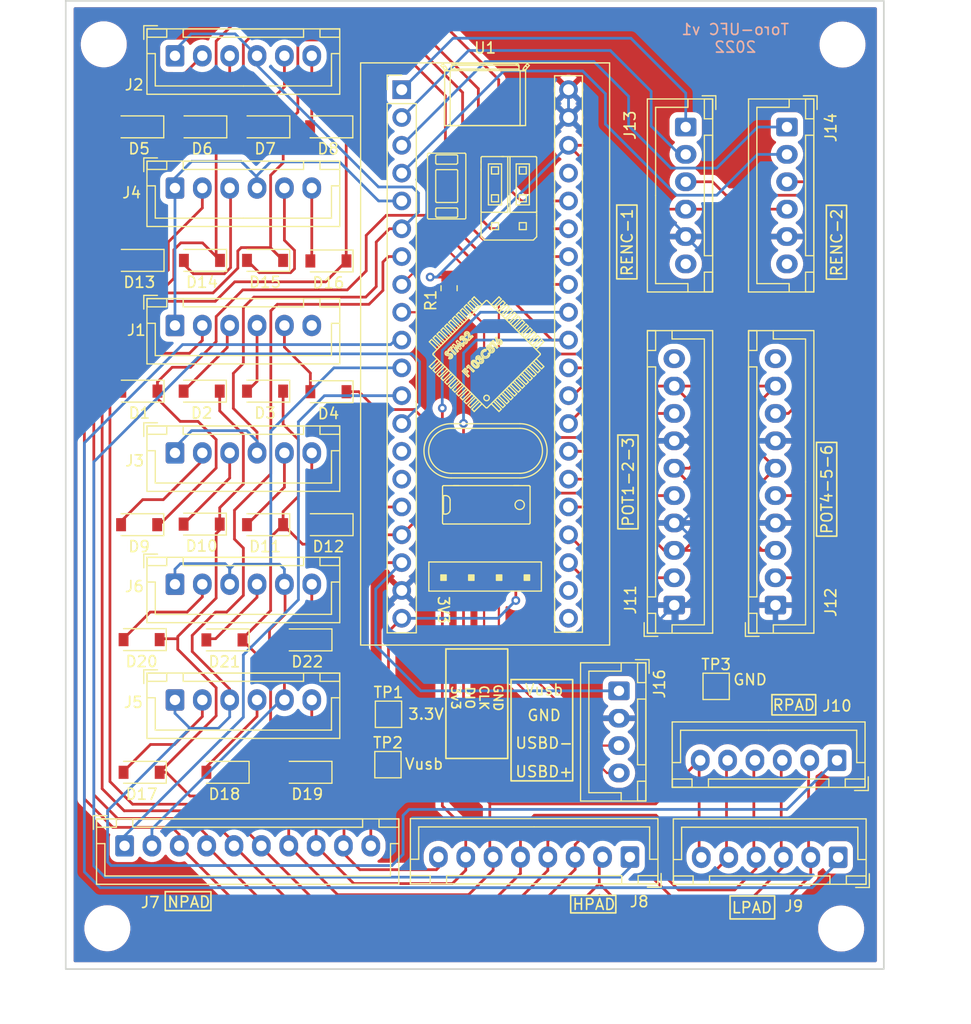
<source format=kicad_pcb>
(kicad_pcb (version 20211014) (generator pcbnew)
  (layers (0 "F.Cu" signal) (31 "B.Cu" signal) (34 "B.Paste" user) (35 "F.Paste" user) (36 "B.SilkS" user "B.Silkscreen") (37 "F.SilkS" user "F.Silkscreen") (38 "B.Mask" user) (39 "F.Mask" user) (44 "Edge.Cuts" user))
  (net 0 "")
  (net 1 "/ROW8")
  (net 2 "Net-(D1-Pad2)")
  (net 3 "/ROW7")
  (net 4 "/ROW6")
  (net 5 "Net-(D3-Pad2)")
  (net 6 "/ROW5")
  (net 7 "Net-(D4-Pad2)")
  (net 8 "/ROW4")
  (net 9 "Net-(D5-Pad2)")
  (net 10 "/ROW3")
  (net 11 "Net-(D6-Pad2)")
  (net 12 "/ROW2")
  (net 13 "Net-(D7-Pad2)")
  (net 14 "/ROW1")
  (net 15 "Net-(D8-Pad2)")
  (net 16 "Net-(D9-Pad2)")
  (net 17 "Net-(D10-Pad2)")
  (net 18 "Net-(D11-Pad2)")
  (net 19 "Net-(D12-Pad2)")
  (net 20 "Net-(D13-Pad2)")
  (net 21 "Net-(D14-Pad2)")
  (net 22 "Net-(D15-Pad2)")
  (net 23 "Net-(D16-Pad2)")
  (net 24 "Net-(D17-Pad2)")
  (net 25 "Net-(D18-Pad2)")
  (net 26 "Net-(D19-Pad2)")
  (net 27 "Net-(D20-Pad2)")
  (net 28 "Net-(D21-Pad2)")
  (net 29 "Net-(D22-Pad2)")
  (net 30 "/COL1")
  (net 31 "/COL2")
  (net 32 "/COL3")
  (net 33 "/COL4")
  (net 34 "/COL5")
  (net 35 "/COL6")
  (net 36 "/COL7")
  (net 38 "GND")
  (net 39 "/POT3")
  (net 41 "VCC")
  (net 42 "/POT2")
  (net 43 "/POT1")
  (net 44 "/POT6")
  (net 45 "/POT5")
  (net 46 "/POT4")
  (net 47 "/REN1C")
  (net 48 "/REN1D")
  (net 49 "/REN1SW")
  (net 50 "/REN2C")
  (net 51 "/REN2D")
  (net 52 "/REN2SW")
  (net 53 "/SDA")
  (net 54 "/SCL")
  (net 56 "/Vusb")
  (net 58 "/USBD-")
  (net 59 "/USBD+")
  (net 60 "Net-(D2-Pad2)")
  (footprint "Connector_JST:JST_XH_B6B-XH-A_1x06_P2.50mm_Vertical" (layer "F.Cu") (at 180.075 127.6 180)
    (fp_text reference "J9")
    (fp_text value "LPAD")
  )
  (footprint "Diode_SMD:D_SOD-123" (layer "F.Cu") (at 127.7112 73.1012 180)
    (fp_text reference "D15")
    (fp_text value "D")
  )
  (footprint "Connector_JST:JST_XH_B8B-XH-A_1x08_P2.50mm_Vertical" (layer "F.Cu") (at 161.05 127.575 180)
    (fp_text reference "J8")
    (fp_text value "HPAD")
  )
  (footprint "Diode_SMD:D_SOD-123" (layer "F.Cu") (at 124.0028 119.8372 180)
    (fp_text reference "D18")
    (fp_text value "D")
  )
  (footprint "MountingHole:MountingHole_3.2mm_M3" (layer "F.Cu") (at 112.975 53.375)
    (fp_text reference "REF**" hide)
    (fp_text value "MountingHole_3.2mm_M3")
  )
  (footprint "Diode_SMD:D_SOD-123" (layer "F.Cu") (at 127.7112 85.0392 180)
    (fp_text reference "D3")
    (fp_text value "D")
  )
  (footprint "Connector_JST:JST_XH_B6B-XH-A_1x06_P2.50mm_Vertical" (layer "F.Cu") (at 119.48 113.2332)
    (fp_text reference "J5")
    (fp_text value "MASTER-BIG1")
  )
  (footprint "Connector_JST:JST_XH_B4B-XH-A_1x04_P2.50mm_Vertical" (layer "F.Cu") (at 160.05 112.4 -90)
    (fp_text reference "J16")
    (fp_text value "USB connector")
  )
  (footprint "Diode_SMD:D_SOD-123" (layer "F.Cu") (at 133.5024 97.2312 180)
    (fp_text reference "D12")
    (fp_text value "D")
  )
  (footprint "MountingHole:MountingHole_3.2mm_M3" (layer "F.Cu") (at 180.35 134.1)
    (fp_text reference "REF**" hide)
    (fp_text value "MountingHole_3.2mm_M3")
  )
  (footprint "MountingHole:MountingHole_3.2mm_M3" (layer "F.Cu") (at 113.3 134.075)
    (fp_text reference "REF**" hide)
    (fp_text value "MountingHole_3.2mm_M3")
  )
  (footprint "Diode_SMD:D_SOD-123" (layer "F.Cu") (at 116.2304 73.1012 180)
    (fp_text reference "D13")
    (fp_text value "D")
  )
  (footprint "Diode_SMD:D_SOD-123" (layer "F.Cu") (at 133.5024 85.09 180)
    (fp_text reference "D4")
    (fp_text value "D")
  )
  (footprint "Resistor_SMD:R_0805_2012Metric_Pad1.20x1.40mm_HandSolder" (layer "F.Cu") (at 144.526 75.6412 90)
    (fp_text reference "R1")
    (fp_text value "R1.5K")
  )
  (footprint "Diode_SMD:D_SOD-123" (layer "F.Cu") (at 116.4336 119.8372 180)
    (fp_text reference "D17")
    (fp_text value "D")
  )
  (footprint "bluepill:YAAJ_BluePill_1" (layer "F.Cu") (at 140.2 57.515)
    (fp_text reference "U1")
    (fp_text value "BluePill" hide)
  )
  (footprint "Connector_JST:JST_XH_B6B-XH-A_1x06_P2.50mm_Vertical" (layer "F.Cu") (at 119.48 102.6668)
    (fp_text reference "J6")
    (fp_text value "BIG2-3-4")
  )
  (footprint "Connector_JST:JST_XH_B6B-XH-A_1x06_P2.50mm_Vertical" (layer "F.Cu") (at 119.48 90.678)
    (fp_text reference "J3")
    (fp_text value "RKR3-4")
  )
  (footprint "Diode_SMD:D_SOD-123" (layer "F.Cu") (at 116.206 97.2312 180)
    (fp_text reference "D9")
    (fp_text value "D")
  )
  (footprint "TestPoint:TestPoint_Pad_2.0x2.0mm" (layer "F.Cu") (at 138.94 119.14)
    (fp_text reference "TP2")
    (fp_text value "Vusb")
  )
  (footprint "Diode_SMD:D_SOD-123" (layer "F.Cu") (at 116.4336 107.725 180)
    (fp_text reference "D20")
    (fp_text value "D")
  )
  (footprint "Diode_SMD:D_SOD-123" (layer "F.Cu") (at 127.7112 97.2312 180)
    (fp_text reference "D11")
    (fp_text value "D")
  )
  (footprint "Diode_SMD:D_SOD-123" (layer "F.Cu") (at 121.92 97.1804 180)
    (fp_text reference "D10")
    (fp_text value "D")
  )
  (footprint "Diode_SMD:D_SOD-123" (layer "F.Cu") (at 116.205 60.91 180)
    (fp_text reference "D5")
    (fp_text value "D")
  )
  (footprint "Connector_JST:JST_XH_B6B-XH-A_1x06_P2.50mm_Vertical" (layer "F.Cu") (at 119.48 66.4972)
    (fp_text reference "J4")
    (fp_text value "LVR1-2")
  )
  (footprint "Connector_JST:JST_XH_B6B-XH-A_1x06_P2.50mm_Vertical" (layer "F.Cu") (at 179.975 118.75 180)
    (fp_text reference "J10")
    (fp_text value "RPAD")
  )
  (footprint "Connector_JST:JST_XH_B10B-XH-A_1x10_P2.50mm_Vertical" (layer "F.Cu") (at 165.1 104.575 90)
    (fp_text reference "J11")
    (fp_text value "POT1-3")
  )
  (footprint "MountingHole:MountingHole_3.2mm_M3" (layer "F.Cu") (at 180.475 53.4)
    (fp_text reference "REF**" hide)
    (fp_text value "MountingHole_3.2mm_M3")
  )
  (footprint "Connector_JST:JST_XH_B6B-XH-A_1x06_P2.50mm_Vertical" (layer "F.Cu") (at 166.15 60.925 -90)
    (fp_text reference "J13")
    (fp_text value "REN1")
  )
  (footprint "Diode_SMD:D_SOD-123" (layer "F.Cu") (at 121.962333 60.91 180)
    (fp_text reference "D6")
    (fp_text value "D")
  )
  (footprint "Connector_JST:JST_XH_B10B-XH-A_1x10_P2.50mm_Vertical" (layer "F.Cu") (at 174.35 104.575 90)
    (fp_text reference "J12")
    (fp_text value "POT4-6")
  )
  (footprint "Diode_SMD:D_SOD-123" (layer "F.Cu") (at 124 107.75 180)
    (fp_text reference "D21")
    (fp_text value "D")
  )
  (footprint "Diode_SMD:D_SOD-123" (layer "F.Cu") (at 133.477 60.91 180)
    (fp_text reference "D8")
    (fp_text value "D")
  )
  (footprint "Connector_JST:JST_XH_B6B-XH-A_1x06_P2.50mm_Vertical" (layer "F.Cu") (at 175.4 60.925 -90)
    (fp_text reference "J14")
    (fp_text value "REN2")
  )
  (footprint "Diode_SMD:D_SOD-123" (layer "F.Cu") (at 131.572 119.8372 180)
    (fp_text reference "D19")
    (fp_text value "D")
  )
  (footprint "Diode_SMD:D_SOD-123" (layer "F.Cu") (at 127.719666 60.91 180)
    (fp_text reference "D7")
    (fp_text value "D")
  )
  (footprint "Diode_SMD:D_SOD-123" (layer "F.Cu") (at 121.9464 73.1012 180)
    (fp_text reference "D14")
    (fp_text value "D")
  )
  (footprint "TestPoint:TestPoint_Pad_2.0x2.0mm" (layer "F.Cu") (at 138.99 114.54)
    (fp_text reference "TP1")
    (fp_text value "VCC")
  )
  (footprint "Connector_JST:JST_XH_B6B-XH-A_1x06_P2.50mm_Vertical" (layer "F.Cu") (at 119.48 79.0448)
    (fp_text reference "J1")
    (fp_text value "HAT")
  )
  (footprint "Connector_JST:JST_XH_B6B-XH-A_1x06_P2.50mm_Vertical" (layer "F.Cu") (at 119.48 54.425)
    (fp_text reference "J2")
    (fp_text value "RKR1-2")
  )
  (footprint "Diode_SMD:D_SOD-123" (layer "F.Cu") (at 116.2304 85.0392 180)
    (fp_text reference "D1")
    (fp_text value "D")
  )
  (footprint "Diode_SMD:D_SOD-123" (layer "F.Cu") (at 121.92 85.0392 180)
    (fp_text reference "D2")
    (fp_text value "D")
  )
  (footprint "Diode_SMD:D_SOD-123" (layer "F.Cu") (at 133.5024 73.152 180)
    (fp_text reference "D16")
    (fp_text value "D")
  )
  (footprint "TestPoint:TestPoint_Pad_2.0x2.0mm" (layer "F.Cu") (at 168.93 111.99)
    (fp_text reference "TP3")
    (fp_text value "GND")
  )
  (footprint "Connector_JST:JST_XH_B10B-XH-A_1x10_P2.50mm_Vertical" (layer "F.Cu") (at 114.875 126.55)
    (fp_text reference "J7")
    (fp_text value "NPAD")
  )
  (footprint "Diode_SMD:D_SOD-123" (layer "F.Cu") (at 131.572 107.75 180)
    (fp_text reference "D22")
    (fp_text value "D")
  )
  (gr_rect (start 159.945 97.61) (end 161.795 89.05) (layer "F.SilkS") (width 0.15) (fill none))
  (gr_rect (start 170.2 131.125) (end 174.275 133.225) (layer "F.SilkS") (width 0.15) (fill none))
  (gr_rect (start 155.6375 131.075) (end 159.7625 132.675) (layer "F.SilkS") (width 0.15) (fill none))
  (gr_rect (start 178.998 74.812) (end 180.848 68.072) (layer "F.SilkS") (width 0.15) (fill none))
  (gr_rect (start 144.236 108.575) (end 149.886 118.575) (layer "F.SilkS") (width 0.15) (fill none))
  (gr_rect (start 178.1 98.28) (end 179.95 89.72) (layer "F.SilkS") (width 0.15) (fill none))
  (gr_rect (start 159.845 74.79) (end 161.695 68.05) (layer "F.SilkS") (width 0.15) (fill none))
  (gr_rect (start 174.025 112.75) (end 178.025 114.6) (layer "F.SilkS") (width 0.15) (fill none))
  (gr_rect (start 155.82 120.62) (end 150.19 111.37) (layer "F.SilkS") (width 0.15) (fill none))
  (gr_rect (start 118.5925 130.735) (end 122.7675 132.46) (layer "F.SilkS") (width 0.15) (fill none))
  (gr_rect (start 109.4995 137.8) (end 184.2505 49.4042) (layer "Edge.Cuts") (width 0.15) (fill none))
  (gr_text "Toro-UFC v1\n2022" (at 170.675 52.825) (layer "B.SilkS") (effects (font (size 1 1)) (justify mirror)))
  (gr_text "GND\nCLK\nDIO\n3v3" (at 147.066 113.03 270) (layer "F.SilkS") (effects (font (size 0.8 0.8))))
  (gr_text "RENC-2" (at 179.948 71.472 90) (layer "F.SilkS") (effects (font (size 1 1))))
  (gr_text "POT4-5-6" (at 179.05 94 90) (layer "F.SilkS") (effects (font (size 1 1))))
  (gr_text "POT1-2-3" (at 160.895 93.33 90) (layer "F.SilkS") (effects (font (size 1 1))))
  (gr_text "Vusb" (at 142.24 119.08) (layer "F.SilkS") (effects (font (size 1 1))))
  (gr_text "RENC-1" (at 160.795 71.45 90) (layer "F.SilkS") (effects (font (size 1 1))))
  (gr_text "NPAD" (at 120.7425 131.685) (layer "F.SilkS") (effects (font (size 1 1))))
  (gr_text "GND" (at 153.21 114.64) (layer "F.SilkS") (effects (font (size 1 1))))
  (gr_text "Vusb" (at 153.21 112.3) (layer "F.SilkS") (effects (font (size 1 1))))
  (gr_text "LPAD" (at 172.2 132.2) (layer "F.SilkS") (effects (font (size 1 1))))
  (gr_text "RPAD" (at 176.025 113.7) (layer "F.SilkS") (effects (font (size 1 1))))
  (gr_text "3.3V" (at 142.42 114.53) (layer "F.SilkS") (effects (font (size 1 1))))
  (gr_text "GND" (at 172.03 111.38) (layer "F.SilkS") (effects (font (size 1 1))))
  (gr_text "USBD+" (at 153.21 119.78) (layer "F.SilkS") (effects (font (size 1 1))))
  (gr_text "HPAD" (at 157.7625 131.9) (layer "F.SilkS") (effects (font (size 1 1))))
  (gr_text "USBD-" (at 153.21 117.17) (layer "F.SilkS") (effects (font (size 1 1))))
  (segment (start 140.2 98.155) (end 136.0762 98.155) (width 0.25) (layer "F.Cu") (net 1))
  (segment (start 137.375 126.55) (end 137.375 122.935) (width 0.25) (layer "F.Cu") (net 1))
  (segment (start 142.1 96.255) (end 142.1 87.47) (width 0.25) (layer "F.Cu") (net 1))
  (segment (start 137.375 122.935) (end 135.78 121.34) (width 0.25) (layer "F.Cu") (net 1))
  (segment (start 136.0762 98.155) (end 135.1524 97.2312) (width 0.25) (layer "F.Cu") (net 1))
  (segment (start 140.2 98.155) (end 142.1 96.255) (width 0.25) (layer "F.Cu") (net 1))
  (segment (start 142.1 87.47) (end 141.35 86.72) (width 0.25) (layer "F.Cu") (net 1))
  (segment (start 135.78 121.34) (end 135.78 114.27) (width 0.25) (layer "F.Cu") (net 1))
  (segment (start 133.222 107.75) (end 133.222 106.578) (width 0.25) (layer "F.Cu") (net 1))
  (segment (start 135.1524 104.6476) (end 135.1524 97.2312) (width 0.25) (layer "F.Cu") (net 1))
  (segment (start 136.28 85.09) (end 135.1524 85.09) (width 0.25) (layer "F.Cu") (net 1))
  (segment (start 137.91 86.72) (end 136.28 85.09) (width 0.25) (layer "F.Cu") (net 1))
  (segment (start 135.78 114.27) (end 133.222 111.712) (width 0.25) (layer "F.Cu") (net 1))
  (segment (start 133.222 106.578) (end 135.1524 104.6476) (width 0.25) (layer "F.Cu") (net 1))
  (segment (start 141.35 86.72) (end 137.91 86.72) (width 0.25) (layer "F.Cu") (net 1))
  (segment (start 133.222 111.712) (end 133.222 107.75) (width 0.25) (layer "F.Cu") (net 1))
  (segment (start 120.8024 81.5848) (end 121.98 80.4072) (width 0.25) (layer "F.Cu") (net 2))
  (segment (start 118.0348 81.5848) (end 120.8024 81.5848) (width 0.25) (layer "F.Cu") (net 2))
  (segment (start 114.5804 85.0392) (end 118.0348 81.5848) (width 0.25) (layer "F.Cu") (net 2))
  (segment (start 121.98 80.4072) (end 121.98 79.0448) (width 0.25) (layer "F.Cu") (net 2))
  (segment (start 125.6528 107.7712) (end 125.6528 107.6452) (width 0.25) (layer "F.Cu") (net 3))
  (segment (start 125.8122 119.8372) (end 127.25 121.275) (width 0.25) (layer "F.Cu") (net 3))
  (segment (start 134.505 95.615) (end 140.2 95.615) (width 0.25) (layer "F.Cu") (net 3))
  (segment (start 129.3612 85.0392) (end 129.3612 88.0608) (width 0.25) (layer "F.Cu") (net 3))
  (segment (start 129.3612 88.0608) (end 130.7592 89.4588) (width 0.25) (layer "F.Cu") (net 3))
  (segment (start 125.6528 119.8372) (end 125.8122 119.8372) (width 0.25) (layer "F.Cu") (net 3))
  (segment (start 129.3612 96.0384) (end 129.3612 97.2312) (width 0.25) (layer "F.Cu") (net 3))
  (segment (start 128.2192 110.3376) (end 125.6528 107.7712) (width 0.25) (layer "F.Cu") (net 3))
  (segment (start 132.4108 99.0092) (end 133.64 97.78) (width 0.25) (layer "F.Cu") (net 3))
  (segment (start 134.9248 118.3248) (end 134.9248 126.5002) (width 0.25) (layer "F.Cu") (net 3))
  (segment (start 130.7592 94.6404) (end 129.3612 96.0384) (width 0.25) (layer "F.Cu") (net 3))
  (segment (start 128.2192 115.316) (end 128.2192 110.3376) (width 0.25) (layer "F.Cu") (net 3))
  (segment (start 134.9248 126.5002) (end 134.875 126.55) (width 0.25) (layer "F.Cu") (net 3))
  (segment (start 131.1392 99.0092) (end 132.4108 99.0092) (width 0.25) (layer "F.Cu") (net 3))
  (segment (start 129.3612 97.2312) (end 131.1392 99.0092) (width 0.25) (layer "F.Cu") (net 3))
  (segment (start 130.9 121.275) (end 131.09 121.085) (width 0.25) (layer "F.Cu") (net 3))
  (segment (start 133.64 96.48) (end 134.505 95.615) (width 0.25) (layer "F.Cu") (net 3))
  (segment (start 125.6528 119.8372) (end 125.6528 117.8824) (width 0.25) (layer "F.Cu") (net 3))
  (segment (start 134.875 127.225) (end 136.3772 128.7272) (width 0.25) (layer "F.Cu") (net 3))
  (segment (start 128.2192 105.0788) (end 128.2192 98.3732) (width 0.25) (layer "F.Cu") (net 3))
  (segment (start 131.78 117.74) (end 134.34 117.74) (width 0.25) (layer "F.Cu") (net 3))
  (segment (start 143.55 128.55) (end 143.55 127.575) (width 0.25) (layer "F.Cu") (net 3))
  (segment (start 131.09 118.43) (end 131.78 117.74) (width 0.25) (layer "F.Cu") (net 3))
  (segment (start 125.6528 117.8824) (end 128.2192 115.316) (width 0.25) (layer "F.Cu") (net 3))
  (segment (start 134.34 117.74) (end 134.9248 118.3248) (width 0.25) (layer "F.Cu") (net 3))
  (segment (start 131.09 121.085) (end 131.09 118.43) (width 0.25) (layer "F.Cu") (net 3))
  (segment (start 125.6528 107.6452) (end 128.2192 105.0788) (width 0.25) (layer "F.Cu") (net 3))
  (segment (start 128.2192 98.3732) (end 129.3612 97.2312) (width 0.25) (layer "F.Cu") (net 3))
  (segment (start 133.64 97.78) (end 133.64 96.48) (width 0.25) (layer "F.Cu") (net 3))
  (segment (start 136.3772 128.7272) (end 143.3728 128.7272) (width 0.25) (layer "F.Cu") (net 3))
  (segment (start 130.7592 89.4588) (end 130.7592 94.6404) (width 0.25) (layer "F.Cu") (net 3))
  (segment (start 134.875 126.55) (end 134.875 127.225) (width 0.25) (layer "F.Cu") (net 3))
  (segment (start 143.3728 128.7272) (end 143.55 128.55) (width 0.25) (layer "F.Cu") (net 3))
  (segment (start 127.25 121.275) (end 130.9 121.275) (width 0.25) (layer "F.Cu") (net 3))
  (segment (start 123.2408 114.68) (end 123.2408 112.1156) (width 0.25) (layer "F.Cu") (net 4))
  (segment (start 123.57 97.1804) (end 123.57 95.6828) (width 0.25) (layer "F.Cu") (net 4))
  (segment (start 133.925 118.525) (end 132.525 118.525) (width 0.25) (layer "F.Cu") (net 4))
  (segment (start 119.7356 107.442) (end 123.2408 103.9368) (width 0.25) (layer "F.Cu") (net 4))
  (segment (start 123.57 97.7148) (end 123.57 97.1804) (width 0.25) (layer "F.Cu") (net 4))
  (segment (start 132.375 126.55) (end 132.375 123.325) (width 0.25) (layer "F.Cu") (net 4))
  (segment (start 123.57 95.6828) (end 125.73 93.5228) (width 0.25) (layer "F.Cu") (net 4))
  (segment (start 144.8278 129.9972) (end 146.05 128.775) (width 0.25) (layer "F.Cu") (net 4))
  (segment (start 118.0836 119.8372) (end 123.2408 114.68) (width 0.25) (layer "F.Cu") (net 4))
  (segment (start 119.7356 107.6452) (end 119.7356 107.442) (width 0.25) (layer "F.Cu") (net 4))
  (segment (start 118.6872 119.8372) (end 118.0836 119.8372) (width 0.25) (layer "F.Cu") (net 4))
  (segment (start 132.375 126.55) (end 135.8222 129.9972) (width 0.25) (layer "F.Cu") (net 4))
  (segment (start 146.05 125.05) (end 146.05 127.575) (width 0.25) (layer "F.Cu") (net 4))
  (segment (start 118.0836 107.6452) (end 119.7356 107.6452) (width 0.25) (layer "F.Cu") (net 4))
  (segment (start 135.8222 129.9972) (end 144.8278 129.9972) (width 0.25) (layer "F.Cu") (net 4))
  (segment (start 143.91 86.59) (end 143.91 122.91) (width 0.25) (layer "F.Cu") (net 4))
  (segment (start 125.73 93.5228) (end 125.73 89.0016) (width 0.25) (layer "F.Cu") (net 4))
  (segment (start 125.73 89.0016) (end 123.57 86.8416) (width 0.25) (layer "F.Cu") (net 4))
  (segment (start 143.91 122.91) (end 146.05 125.05) (width 0.25) (layer "F.Cu") (net 4))
  (segment (start 123.2408 98.044) (end 123.57 97.7148) (width 0.25) (layer "F.Cu") (net 4))
  (segment (start 132.15 118.9) (end 132.15 121.275) (width 0.25) (layer "F.Cu") (net 4))
  (segment (start 119.7356 108.6104) (end 119.7356 107.6452) (width 0.25) (layer "F.Cu") (net 4))
  (segment (start 134.225 121.475) (end 134.225 118.825) (width 0.25) (layer "F.Cu") (net 4))
  (segment (start 131.425 122) (end 120.85 122) (width 0.25) (layer "F.Cu") (net 4))
  (segment (start 123.2408 103.9368) (end 123.2408 98.044) (width 0.25) (layer "F.Cu") (net 4))
  (segment (start 132.525 118.525) (end 132.15 118.9) (width 0.25) (layer "F.Cu") (net 4))
  (segment (start 146.05 128.775) (end 146.05 127.575) (width 0.25) (layer "F.Cu") (net 4))
  (segment (start 132.375 123.325) (end 134.225 121.475) (width 0.25) (layer "F.Cu") (net 4))
  (segment (start 123.57 86.8416) (end 123.57 85.0392) (width 0.25) (layer "F.Cu") (net 4))
  (segment (start 120.85 122) (end 118.6872 119.8372) (width 0.25) (layer "F.Cu") (net 4))
  (segment (start 134.225 118.825) (end 133.925 118.525) (width 0.25) (layer "F.Cu") (net 4))
  (segment (start 132.15 121.275) (end 131.425 122) (width 0.25) (layer "F.Cu") (net 4))
  (segment (start 123.2408 112.1156) (end 119.7356 108.6104) (width 0.25) (layer "F.Cu") (net 4))
  (via (at 143.91 86.59) (size 0.8) (drill 0.4) (layers "F.Cu" "B.Cu") (net 4))
  (segment (start 143.9 81.325) (end 147.39 77.835) (width 0.25) (layer "B.Cu") (net 4))
  (segment (start 143.9 86.58) (end 143.9 81.325) (width 0.25) (layer "B.Cu") (net 4))
  (segment (start 143.91 86.59) (end 143.9 86.58) (width 0.25) (layer "B.Cu") (net 4))
  (segment (start 147.39 77.835) (end 155.44 77.835) (width 0.25) (layer "B.Cu") (net 4))
  (segment (start 126.98 84.1448) (end 126.98 79.0448) (width 0.25) (layer "F.Cu") (net 5))
  (segment (start 126.0612 85.0392) (end 126.0856 85.0392) (width 0.25) (layer "F.Cu") (net 5))
  (segment (start 126.0856 85.0392) (end 126.98 84.1448) (width 0.25) (layer "F.Cu") (net 5))
  (segment (start 134.3382 131.0132) (end 146.3118 131.0132) (width 0.25) (layer "F.Cu") (net 6))
  (segment (start 167.475 118.75) (end 167.375 118.85) (width 0.25) (layer "F.Cu") (net 6))
  (segment (start 148.55 128.775) (end 148.55 127.575) (width 0.25) (layer "F.Cu") (net 6))
  (segment (start 123.2408 89.4588) (end 123.2408 92.0592) (width 0.25) (layer "F.Cu") (net 6))
  (segment (start 129.875 126.55) (end 134.3382 131.0132) (width 0.25) (layer "F.Cu") (net 6))
  (segment (start 129.875 124.55) (end 129.875 126.55) (width 0.25) (layer "F.Cu") (net 6))
  (segment (start 118.0688 97.2312) (end 117.856 97.2312) (width 0.25) (layer "F.Cu") (net 6))
  (segment (start 146.3118 131.0132) (end 148.55 128.775) (width 0.25) (layer "F.Cu") (net 6))
  (segment (start 136.9568 70.8152) (end 136.9568 74.0664) (width 0.25) (layer "F.Cu") (net 6))
  (segment (start 123.2408 80.518) (end 120.904 82.8548) (width 0.25) (layer "F.Cu") (net 6))
  (segment (start 167.375 127.4) (end 167.575 127.6) (width 0.25) (layer "F.Cu") (net 6))
  (segment (start 119.9564 87.8) (end 121.582 87.8) (width 0.25) (layer "F.Cu") (net 6))
  (segment (start 163.4 122.725) (end 148.3 122.725) (width 0.25) (layer "F.Cu") (net 6))
  (segment (start 119.2276 82.8548) (end 117.8804 84.202) (width 0.25) (layer "F.Cu") (net 6))
  (segment (start 121.582 87.8) (end 123.2408 89.4588) (width 0.25) (layer "F.Cu") (net 6))
  (segment (start 123.2408 92.0592) (end 118.0688 97.2312) (width 0.25) (layer "F.Cu") (net 6))
  (segment (start 148.3 122.725) (end 148.25 122.675) (width 0.25) (layer "F.Cu") (net 6))
  (segment (start 148.55 127.575) (end 148.25 127.275) (width 0.25) (layer "F.Cu") (net 6))
  (segment (start 138.7856 68.9864) (end 136.9568 70.8152) (width 0.25) (layer "F.Cu") (net 6))
  (segment (start 145.8468 120.2718) (end 148.25 122.675) (width 0.25) (layer "F.Cu") (net 6))
  (segment (start 145.8468 87.9856) (end 145.8468 120.2718) (width 0.25) (layer "F.Cu") (net 6))
  (segment (start 142.5448 68.9864) (end 138.7856 68.9864) (width 0.25) (layer "F.Cu") (net 6))
  (segment (start 133.222 119.8372) (end 133.222 121.203) (width 0.25) (layer "F.Cu") (net 6))
  (segment (start 167.475 118.75) (end 167.375 118.75) (width 0.25) (layer "F.Cu") (net 6))
  (segment (start 117.8804 84.202) (end 117.8804 85.0392) (width 0.25) (layer "F.Cu") (net 6))
  (segment (start 125.6792 75.7936) (end 123.2408 78.232) (width 0.25) (layer "F.Cu") (net 6))
  (segment (start 136.9568 74.0664) (end 135.2296 75.7936) (width 0.25) (layer "F.Cu") (net 6))
  (segment (start 148.25 127.275) (end 148.25 122.675) (width 0.25) (layer "F.Cu") (net 6))
  (segment (start 155.44 80.375) (end 153.9334 80.375) (width 0.25) (layer "F.Cu") (net 6))
  (segment (start 117.8804 85.0392) (end 117.8804 85.724) (width 0.25) (layer "F.Cu") (net 6))
  (segment (start 120.904 82.8548) (end 119.2276 82.8548) (width 0.25) (layer "F.Cu") (net 6))
  (segment (start 167.375 118.75) (end 163.4 122.725) (width 0.25) (layer "F.Cu") (net 6))
  (segment (start 117.8804 85.724) (end 119.9564 87.8) (width 0.25) (layer "F.Cu") (net 6))
  (segment (start 123.2408 78.232) (end 123.2408 80.518) (width 0.25) (layer "F.Cu") (net 6))
  (segment (start 153.9334 80.375) (end 142.5448 68.9864) (width 0.25) (layer "F.Cu") (net 6))
  (segment (start 135.2296 75.7936) (end 125.6792 75.7936) (width 0.25) (layer "F.Cu") (net 6))
  (segment (start 167.375 118.85) (end 167.375 127.4) (width 0.25) (layer "F.Cu") (net 6))
  (segment (start 133.222 121.203) (end 129.875 124.55) (width 0.25) (layer "F.Cu") (net 6))
  (via (at 145.8468 87.9856) (size 0.8) (drill 0.4) (layers "F.Cu" "B.Cu") (net 6))
  (segment (start 145.8468 81.5532) (end 147.025 80.375) (width 0.25) (layer "B.Cu") (net 6))
  (segment (start 147.025 80.375) (end 155.44 80.375) (width 0.25) (layer "B.Cu") (net 6))
  (segment (start 145.8468 87.9856) (end 145.8468 81.5532) (width 0.25) (layer "B.Cu") (net 6))
  (segment (start 131.8524 83.3892) (end 129.48 81.0168) (width 0.25) (layer "F.Cu") (net 7))
  (segment (start 131.8524 85.09) (end 131.8524 83.3892) (width 0.25) (layer "F.Cu") (net 7))
  (segment (start 129.48 81.0168) (end 129.48 79.0448) (width 0.25) (layer "F.Cu") (net 7))
  (segment (start 113.538 81.534) (end 118.237 76.835) (width 0.25) (layer "F.Cu") (net 8))
  (segment (start 132.526 131.826) (end 148.299 131.826) (width 0.25) (layer "F.Cu") (net 8))
  (segment (start 144.19 58.08) (end 140.0596 53.9496) (width 0.25) (layer "F.Cu") (net 8))
  (segment (start 123.575 122.75) (end 115.61 122.75) (width 0.25) (layer "F.Cu") (net 8))
  (segment (start 169.875 127.4) (end 170.075 127.6) (width 0.25) (layer "F.Cu") (net 8))
  (segment (start 124.9426 75.057) (end 133.2474 75.057) (width 0.25) (layer "F.Cu") (net 8))
  (segment (start 137.2616 53.9496) (end 135.127 56.0842) (width 0.25) (layer "F.Cu") (net 8))
  (segment (start 169.875 118.85) (end 169.875 127.4) (width 0.25) (layer "F.Cu") (net 8))
  (segment (start 148.299 131.826) (end 151.05 129.075) (width 0.25) (layer "F.Cu") (net 8))
  (segment (start 168.3 129.375) (end 170.075 127.6) (width 0.25) (layer "F.Cu") (net 8))
  (segment (start 152.325 123.75) (end 163.425 123.75) (width 0.25) (layer "F.Cu") (net 8))
  (segment (start 127.375 126.675) (end 132.526 131.826) (width 0.25) (layer "F.Cu") (net 8))
  (segment (start 135.127 56.0842) (end 135.127 60.91) (width 0.25) (layer "F.Cu") (net 8))
  (segment (start 135.127 73.1266) (end 135.1524 73.152) (width 0.25) (layer "F.Cu") (net 8))
  (segment (start 155.44 75.295) (end 150.233 75.295) (width 0.25) (layer "F.Cu") (net 8))
  (segment (start 151.05 129.075) (end 151.05 127.575) (width 0.25) (layer "F.Cu") (net 8))
  (segment (start 163.425 123.75) (end 165.575 125.9) (width 0.25) (layer "F.Cu") (net 8))
  (segment (start 123.1646 76.835) (end 124.9426 75.057) (width 0.25) (layer "F.Cu") (net 8))
  (segment (start 113.538 120.678) (end 113.538 81.534) (width 0.25) (layer "F.Cu") (net 8))
  (segment (start 169.975 118.75) (end 169.875 118.85) (width 0.25) (layer "F.Cu") (net 8))
  (segment (start 127.375 126.55) (end 127.375 126.675) (width 0.25) (layer "F.Cu") (net 8))
  (segment (start 165.575 125.9) (end 165.575 128.85) (width 0.25) (layer "F.Cu") (net 8))
  (segment (start 115.61 122.75) (end 113.538 120.678) (width 0.25) (layer "F.Cu") (net 8))
  (segment (start 133.2474 75.057) (end 135.1524 73.152) (width 0.25) (layer "F.Cu") (net 8))
  (segment (start 135.127 60.91) (end 135.127 73.1266) (width 0.25) (layer "F.Cu") (net 8))
  (segment (start 151.05 127.575) (end 151.05 125.025) (width 0.25) (layer "F.Cu") (net 8))
  (segment (start 150.233 75.295) (end 144.19 69.252) (width 0.25) (layer "F.Cu") (net 8))
  (segment (start 166.1 129.375) (end 168.3 129.375) (width 0.25) (layer "F.Cu") (net 8))
  (segment (start 165.575 128.85) (end 166.1 129.375) (width 0.25) (layer "F.Cu") (net 8))
  (segment (start 127.375 126.55) (end 123.575 122.75) (width 0.25) (layer "F.Cu") (net 8))
  (segment (start 144.19 69.252) (end 144.19 58.08) (width 0.25) (layer "F.Cu") (net 8))
  (segment (start 151.05 125.025) (end 152.325 123.75) (width 0.25) (layer "F.Cu") (net 8))
  (segment (start 118.237 76.835) (end 123.1646 76.835) (width 0.25) (layer "F.Cu") (net 8))
  (segment (start 140.0596 53.9496) (end 137.2616 53.9496) (width 0.25) (layer "F.Cu") (net 8))
  (segment (start 115.495 60.91) (end 121.98 54.425) (width 0.25) (layer "F.Cu") (net 9))
  (segment (start 114.555 60.91) (end 115.495 60.91) (width 0.25) (layer "F.Cu") (net 9))
  (segment (start 153.55 128.8) (end 153.55 127.575) (width 0.25) (layer "F.Cu") (net 10))
  (segment (start 125.222 72.241378) (end 125.222 73.8124) (width 0.25) (layer "F.Cu") (net 10))
  (segment (start 122.9614 76.073) (end 117.221 76.073) (width 0.25) (layer "F.Cu") (net 10))
  (segment (start 112.8268 121.3368) (end 114.84 123.35) (width 0.25) (layer "F.Cu") (net 10))
  (segment (start 164.338 126.238) (end 164.338 129.413) (width 0.25) (layer "F.Cu") (net 10))
  (segment (start 172.375 127.4) (end 172.575 127.6) (width 0.25) (layer "F.Cu") (net 10))
  (segment (start 117.221 76.073) (end 112.8268 80.4672) (width 0.25) (layer "F.Cu") (net 10))
  (segment (start 121.9784 123.35) (end 124.875 126.2466) (width 0.25) (layer "F.Cu") (net 10))
  (segment (start 165.5 130.575) (end 170.625 130.575) (width 0.25) (layer "F.Cu") (net 10))
  (segment (start 170.625 130.575) (end 172.575 128.625) (width 0.25) (layer "F.Cu") (net 10))
  (segment (start 124.875 126.55) (end 131.0146 132.6896) (width 0.25) (layer "F.Cu") (net 10))
  (segment (start 131.0176 52.98) (end 130.7084 53.2892) (width 0.25) (layer "F.Cu") (net 10))
  (segment (start 114.84 123.35) (end 121.9784 123.35) (width 0.25) (layer "F.Cu") (net 10))
  (segment (start 128.1928 71.9328) (end 125.530578 71.9328) (width 0.25) (layer "F.Cu") (net 10))
  (segment (start 131.0146 132.6896) (end 149.6604 132.6896) (width 0.25) (layer "F.Cu") (net 10))
  (segment (start 130.7084 59.571266) (end 129.369666 60.91) (width 0.25) (layer "F.Cu") (net 10))
  (segment (start 155.44 72.755) (end 149.217 72.755) (width 0.25) (layer "F.Cu") (net 10))
  (segment (start 140.97 52.98) (end 131.0176 52.98) (width 0.25) (layer "F.Cu") (net 10))
  (segment (start 149.217 72.755) (end 145.76 69.298) (width 0.25) (layer "F.Cu") (net 10))
  (segment (start 145.76 57.77) (end 140.97 52.98) (width 0.25) (layer "F.Cu") (net 10))
  (segment (start 172.375 118.85) (end 172.375 127.4) (width 0.25) (layer "F.Cu") (net 10))
  (segment (start 145.76 69.298) (end 145.76 57.77) (width 0.25) (layer "F.Cu") (net 10))
  (segment (start 128.2192 71.9592) (end 129.3612 73.1012) (width 0.25) (layer "F.Cu") (net 10))
  (segment (start 129.3612 73.1012) (end 128.1928 71.9328) (width 0.25) (layer "F.Cu") (net 10))
  (segment (start 154.85 124.825) (end 162.925 124.825) (width 0.25) (layer "F.Cu") (net 10))
  (segment (start 129.369666 64.178334) (end 128.2192 65.3288) (width 0.25) (layer "F.Cu") (net 10))
  (segment (start 153.55 126.125) (end 154.85 124.825) (width 0.25) (layer "F.Cu") (net 10))
  (segment (start 129.369666 60.91) (end 129.369666 64.178334) (width 0.25) (layer "F.Cu") (net 10))
  (segment (start 130.7084 53.2892) (end 130.7084 59.571266) (width 0.25) (layer "F.Cu") (net 10))
  (segment (start 125.222 73.8124) (end 122.9614 76.073) (width 0.25) (layer "F.Cu") (net 10))
  (segment (start 112.8268 80.4672) (end 112.8268 121.3368) (width 0.25) (layer "F.Cu") (net 10))
  (segment (start 153.55 127.575) (end 153.55 126.125) (width 0.25) (layer "F.Cu") (net 10))
  (segment (start 172.475 118.75) (end 172.375 118.85) (width 0.25) (layer "F.Cu") (net 10))
  (segment (start 172.575 128.625) (end 172.575 127.6) (width 0.25) (layer "F.Cu") (net 10))
  (segment (start 125.530578 71.9328) (end 125.222 72.241378) (width 0.25) (layer "F.Cu") (net 10))
  (segment (start 128.2192 65.3288) (end 128.2192 71.9592) (width 0.25) (layer "F.Cu") (net 10))
  (segment (start 164.338 129.413) (end 165.5 130.575) (width 0.25) (layer "F.Cu") (net 10))
  (segment (start 162.925 124.825) (end 164.338 126.238) (width 0.25) (layer "F.Cu") (net 10))
  (segment (start 124.875 126.2466) (end 124.875 126.55) (width 0.25) (layer "F.Cu") (net 10))
  (segment (start 149.6604 132.6896) (end 153.55 128.8) (width 0.25) (layer "F.Cu") (net 10))
  (segment (start 120.312333 60.91) (end 120.312333 60.637267) (width 0.25) (layer "F.Cu") (net 11))
  (segment (start 124.48 56.4696) (end 124.48 54.425) (width 0.25) (layer "F.Cu") (net 11))
  (segment (start 120.312333 60.637267) (end 124.48 56.4696) (width 0.25) (layer "F.Cu") (net 11))
  (segment (start 129.35 133.525) (end 122.375 126.55) (width 0.25) (layer "F.Cu") (net 12))
  (segment (start 174.875 118.85) (end 174.875 127.4) (width 0.25) (layer "F.Cu") (net 12))
  (segment (start 112.0648 121.8848) (end 114.2336 124.0536) (width 0.25) (layer "F.Cu") (net 12))
  (segment (start 123.5964 73.1012) (end 121.9962 71.501) (width 0.25) (layer "F.Cu") (net 12))
  (segment (start 175.075 128.45) (end 175.075 127.6) (width 0.25) (layer "F.Cu") (net 12))
  (segment (start 165.15 131.5) (end 172.025 131.5) (width 0.25) (layer "F.Cu") (net 12))
  (segment (start 119.38 74.745) (end 118.7378 75.3872) (width 0.25) (layer "F.Cu") (net 12))
  (segment (start 156.05 128.7) (end 151.225 133.525) (width 0.25) (layer "F.Cu") (net 12))
  (segment (start 174.875 127.4) (end 175.075 127.6) (width 0.25) (layer "F.Cu") (net 12))
  (segment (start 120.8536 124.0536) (end 122.375 125.575) (width 0.25) (layer "F.Cu") (net 12))
  (segment (start 122.375 125.575) (end 122.375 126.55) (width 0.25) (layer "F.Cu") (net 12))
  (segment (start 119.38 72.136) (end 119.38 74.745) (width 0.25) (layer "F.Cu") (net 12))
  (segment (start 123.2408 72.7456) (end 123.5964 73.1012) (width 0.25) (layer "F.Cu") (net 12))
  (segment (start 126.88 52.19) (end 125.73 53.34) (width 0.25) (layer "F.Cu") (net 12))
  (segment (start 125.73 58.792333) (end 123.612333 60.91) (width 0.25) (layer "F.Cu") (net 12))
  (segment (start 123.2408 61.281533) (end 123.2408 72.7456) (width 0.25) (layer "F.Cu") (net 12))
  (segment (start 156.8 125.675) (end 162.4 125.675) (width 0.25) (layer "F.Cu") (net 12))
  (segment (start 163.068 129.418) (end 165.15 131.5) (width 0.25) (layer "F.Cu") (net 12))
  (segment (start 123.612333 60.91) (end 123.2408 61.281533) (width 0.25) (layer "F.Cu") (net 12))
  (segment (start 147.2 69.087) (end 147.2 57.43) (width 0.25) (layer "F.Cu") (net 12))
  (segment (start 151.225 133.525) (end 129.35 133.525) (width 0.25) (layer "F.Cu") (net 12))
  (segment (start 156.05 126.425) (end 156.8 125.675) (width 0.25) (layer "F.Cu") (net 12))
  (segment (start 172.025 131.5) (end 175.075 128.45) (width 0.25) (layer "F.Cu") (net 12))
  (segment (start 120.015 71.501) (end 119.38 72.136) (width 0.25) (layer "F.Cu") (net 12))
  (segment (start 148.328 70.215) (end 147.2 69.087) (width 0.25) (layer "F.Cu") (net 12))
  (segment (start 156.05 127.575) (end 156.05 126.425) (width 0.25) (layer "F.Cu") (net 12))
  (segment (start 155.44 70.215) (end 148.328 70.215) (width 0.25) (layer "F.Cu") (net 12))
  (segment (start 112.0648 79.3242) (end 112.0648 121.8848) (width 0.25) (layer "F.Cu") (net 12))
  (segment (start 174.975 118.75) (end 174.875 118.85) (width 0.25) (layer "F.Cu") (net 12))
  (segment (start 156.05 127.575) (end 156.05 128.7) (width 0.25) (layer "F.Cu") (net 12))
  (segment (start 125.73 53.34) (end 125.73 58.792333) (width 0.25) (layer "F.Cu") (net 12))
  (segment (start 162.4 125.675) (end 163.068 126.343) (width 0.25) (layer "F.Cu") (net 12))
  (segment (start 147.2 57.43) (end 141.96 52.19) (width 0.25) (layer "F.Cu") (net 12))
  (segment (start 163.068 126.343) (end 163.068 129.418) (width 0.25) (layer "F.Cu") (net 12))
  (segment (start 116.0018 75.3872) (end 112.0648 79.3242) (width 0.25) (layer "F.Cu") (net 12))
  (segment (start 118.7378 75.3872) (end 116.0018 75.3872) (width 0.25) (layer "F.Cu") (net 12))
  (segment (start 121.9962 71.501) (end 120.015 71.501) (width 0.25) (layer "F.Cu") (net 12))
  (segment (start 114.2336 124.0536) (end 120.8536 124.0536) (width 0.25) (layer "F.Cu") (net 12))
  (segment (start 141.96 52.19) (end 126.88 52.19) (width 0.25) (layer "F.Cu") (net 12))
  (segment (start 126.069666 60.671134) (end 129.48 57.2608) (width 0.25) (layer "F.Cu") (net 13))
  (segment (start 129.48 57.2608) (end 129.48 54.425) (width 0.25) (layer "F.Cu") (net 13))
  (segment (start 126.069666 60.91) (end 126.069666 60.671134) (width 0.25) (layer "F.Cu") (net 13))
  (segment (start 149.06 56.6) (end 143.76 51.3) (width 0.25) (layer "F.Cu") (net 14))
  (segment (start 158.25 127.875) (end 158.25 130) (width 0.25) (layer "F.Cu") (net 14))
  (segment (start 177.375 118.85) (end 177.375 127.4) (width 0.25) (layer "F.Cu") (net 14))
  (segment (start 160.7 132.45) (end 174.375 132.45) (width 0.25) (layer "F.Cu") (net 14))
  (segment (start 177.375 127.4) (end 177.575 127.6) (width 0.25) (layer "F.Cu") (net 14))
  (segment (start 143.76 51.3) (end 125.0268 51.3) (width 0.25) (layer "F.Cu") (net 14))
  (segment (start 117.855 60.91) (end 117.855 73.0758) (width 0.25) (layer "F.Cu") (net 14))
  (segment (start 123.2408 53.086) (end 123.2408 55.5242) (width 0.25) (layer "F.Cu") (net 14))
  (segment (start 177.575 129.25) (end 177.575 127.6) (width 0.25) (layer "F.Cu") (net 14))
  (segment (start 177.475 118.75) (end 177.375 118.85) (width 0.25) (layer "F.Cu") (net 14))
  (segment (start 113.9444 71.4248) (end 116.204 71.4248) (width 0.25) (layer "F.Cu") (net 14))
  (segment (start 123.2408 55.5242) (end 117.855 60.91) (width 0.25) (layer "F.Cu") (net 14))
  (segment (start 174.375 132.45) (end 177.575 129.25) (width 0.25) (layer "F.Cu") (net 14))
  (segment (start 125.0268 51.3) (end 123.2408 53.086) (width 0.25) (layer "F.Cu") (net 14))
  (segment (start 111.2012 122.2612) (end 111.2012 74.168) (width 0.25) (layer "F.Cu") (net 14))
  (segment (start 119.875 126.55) (end 119.875 125.525) (width 0.25) (layer "F.Cu") (net 14))
  (segment (start 117.855 73.0758) (end 117.8804 73.1012) (width 0.25) (layer "F.Cu") (net 14))
  (segment (start 151.125 67.675) (end 149.06 65.61) (width 0.25) (layer "F.Cu") (net 14))
  (segment (start 116.204 71.4248) (end 117.8804 73.1012) (width 0.25) (layer "F.Cu") (net 14))
  (segment (start 153.85 134.4) (end 127.725 134.4) (width 0.25) (layer "F.Cu") (net 14))
  (segment (start 158.55 127.575) (end 158.25 127.875) (width 0.25) (layer "F.Cu") (net 14))
  (segment (start 119.875 125.525) (end 119.2164 124.8664) (width 0.25) (layer "F.Cu") (net 14))
  (segment (start 111.2012 74.168) (end 113.9444 71.4248) (width 0.25) (layer "F.Cu") (net 14))
  (segment (start 119.2164 124.8664) (end 113.8064 124.8664) (width 0.25) (layer "F.Cu") (net 14))
  (segment (start 158.25 130) (end 153.85 134.4) (width 0.25) (layer "F.Cu") (net 14))
  (segment (start 113.8064 124.8664) (end 111.2012 122.2612) (width 0.25) (layer "F.Cu") (net 14))
  (segment (start 127.725 134.4) (end 119.875 126.55) (width 0.25) (layer "F.Cu") (net 14))
  (segment (start 158.25 130) (end 160.7 132.45) (width 0.25) (layer "F.Cu") (net 14))
  (segment (start 149.06 65.61) (end 149.06 56.6) (width 0.25) (layer "F.Cu") (net 14))
  (segment (start 155.44 67.675) (end 151.125 67.675) (width 0.25) (layer "F.Cu") (net 14))
  (segment (start 131.98 54.425) (end 131.98 60.757) (width 0.25) (layer "F.Cu") (net 15))
  (segment (start 131.98 60.757) (end 131.827 60.91) (width 0.25) (layer "F.Cu") (net 15))
  (segment (start 114.556 96.9244) (end 114.556 97.2312) (width 0.25) (layer "F.Cu") (net 16))
  (segment (start 121.98 90.678) (end 121.98 91.38) (width 0.25) (layer "F.Cu") (net 16))
  (segment (start 121.98 91.38) (end 118.4148 94.9452) (width 0.25) (layer "F.Cu") (net 16))
  (segment (start 118.4148 94.9452) (end 116.5352 94.9452) (width 0.25) (layer "F.Cu") (net 16))
  (segment (start 116.5352 94.9452) (end 114.556 96.9244) (width 0.25) (layer "F.Cu") (net 16))
  (segment (start 124.48 90.678) (end 124.48 92.9704) (width 0.25) (layer "F.Cu") (net 17))
  (segment (start 124.48 92.9704) (end 120.27 97.1804) (width 0.25) (layer "F.Cu") (net 17))
  (segment (start 129.48 93.8124) (end 126.0612 97.2312) (width 0.25) (layer "F.Cu") (net 18))
  (segment (start 129.48 90.678) (end 129.48 93.8124) (width 0.25) (layer "F.Cu") (net 18))
  (segment (start 131.98 97.1036) (end 131.8524 97.2312) (width 0.25) (layer "F.Cu") (net 19))
  (segment (start 131.98 90.678) (end 131.98 97.1036) (width 0.25) (layer "F.Cu") (net 19))
  (segment (start 121.98 68.3168) (end 121.98 66.4972) (width 0.25) (layer "F.Cu") (net 20))
  (segment (start 118.5296 74.3204) (end 118.872 73.978) (width 0.25) (layer "F.Cu") (net 20))
  (segment (start 118.872 71.4248) (end 121.98 68.3168) (width 0.25) (layer "F.Cu") (net 20))
  (segment (start 118.872 73.978) (end 118.872 71.4248) (width 0.25) (layer "F.Cu") (net 20))
  (segment (start 115.7996 74.3204) (end 118.5296 74.3204) (width 0.25) (layer "F.Cu") (net 20))
  (segment (start 114.5804 73.1012) (end 115.7996 74.3204) (width 0.25) (layer "F.Cu") (net 20))
  (segment (start 120.2964 73.1012) (end 120.2964 73.4588) (width 0.25) (layer "F.Cu") (net 21))
  (segment (start 121.158 74.3204) (end 124.0028 74.3204) (width 0.25) (layer "F.Cu") (net 21))
  (segment (start 124.5616 73.7616) (end 124.5616 66.5788) (width 0.25) (layer "F.Cu") (net 21))
  (segment (start 124.5616 66.5788) (end 124.48 66.4972) (width 0.25) (layer "F.Cu") (net 21))
  (segment (start 120.2964 73.4588) (end 121.158 74.3204) (width 0.25) (layer "F.Cu") (net 21))
  (segment (start 124.0028 74.3204) (end 124.5616 73.7616) (width 0.25) (layer "F.Cu") (net 21))
  (segment (start 129.48 71.2632) (end 130.4036 72.1868) (width 0.25) (layer "F.Cu") (net 22))
  (segment (start 127.1788 74.2188) (end 126.0612 73.1012) (width 0.25) (layer "F.Cu") (net 22))
  (segment (start 130.4036 72.1868) (end 130.4036 73.8632) (width 0.25) (layer "F.Cu") (net 22))
  (segment (start 129.48 66.4972) (end 129.48 71.2632) (width 0.25) (layer "F.Cu") (net 22))
  (segment (start 130.4036 73.8632) (end 130.048 74.2188) (width 0.25) (layer "F.Cu") (net 22))
  (segment (start 130.048 74.2188) (end 127.1788 74.2188) (width 0.25) (layer "F.Cu") (net 22))
  (segment (start 131.98 73.0244) (end 131.8524 73.152) (width 0.25) (layer "F.Cu") (net 23))
  (segment (start 131.98 66.4972) (end 131.98 73.0244) (width 0.25) (layer "F.Cu") (net 23))
  (segment (start 121.98 114.748) (end 119.4308 117.2972) (width 0.25) (layer "F.Cu") (net 24))
  (segment (start 121.98 113.2332) (end 121.98 114.748) (width 0.25) (layer "F.Cu") (net 24))
  (segment (start 117.2464 117.2972) (end 114.7836 119.76) (width 0.25) (layer "F.Cu") (net 24))
  (segment (start 119.4308 117.2972) (end 117.2464 117.2972) (width 0.25) (layer "F.Cu") (net 24))
  (segment (start 114.7836 119.76) (end 114.7836 119.8372) (width 0.25) (layer "F.Cu") (net 24))
  (segment (start 126.98 113.2332) (end 126.98 114.7264) (width 0.25) (layer "F.Cu") (net 25))
  (segment (start 126.98 114.7264) (end 122.3528 119.3536) (width 0.25) (layer "F.Cu") (net 25))
  (segment (start 122.3528 119.3536) (end 122.3528 119.8372) (width 0.25) (layer "F.Cu") (net 25))
  (segment (start 131.98 113.2332) (end 131.98 115.7208) (width 0.25) (layer "F.Cu") (net 26))
  (segment (start 129.922 117.7788) (end 129.922 119.8372) (width 0.25) (layer "F.Cu") (net 26))
  (segment (start 131.98 115.7208) (end 129.922 117.7788) (width 0.25) (layer "F.Cu") (net 26))
  (segment (start 121.98 102.6668) (end 121.98 103.826) (width 0.25) (layer "F.Cu") (net 27))
  (segment (start 117.222 105.2068) (end 114.7836 107.6452) (width 0.25) (layer "F.Cu") (net 27))
  (segment (start 120.5992 105.2068) (end 117.222 105.2068) (width 0.25) (layer "F.Cu") (net 27))
  (segment (start 121.98 103.826) (end 120.5992 105.2068) (width 0.25) (layer "F.Cu") (net 27))
  (segment (start 123.19 107.6452) (end 122.3528 107.6452) (width 0.25) (layer "F.Cu") (net 28))
  (segment (start 126.98 102.6668) (end 126.98 103.8552) (width 0.25) (layer "F.Cu") (net 28))
  (segment (start 126.98 103.8552) (end 123.19 107.6452) (width 0.25) (layer "F.Cu") (net 28))
  (segment (start 129.922 106.6536) (end 129.922 107.6452) (width 0.25) (layer "F.Cu") (net 29))
  (segment (start 131.98 102.6668) (end 131.98 104.5956) (width 0.25) (layer "F.Cu") (net 29))
  (segment (start 131.98 104.5956) (end 129.922 106.6536) (width 0.25) (layer "F.Cu") (net 29))
  (segment (start 141.8336 82.3468) (end 141.1224 81.6356) (width 0.25) (layer "B.Cu") (net 30))
  (segment (start 140.2 87.995) (end 141.8336 86.3614) (width 0.25) (layer "B.Cu") (net 30))
  (segment (start 161.05 128.525) (end 161.05 127.575) (width 0.25) (layer "B.Cu") (net 30))
  (segment (start 112.0648 91.4908) (end 112.0648 128.3898) (width 0.25) (layer "B.Cu") (net 30))
  (segment (start 141.1224 81.6356) (end 121.92 81.6356) (width 0.25) (layer "B.Cu") (net 30))
  (segment (start 160.165 129.41) (end 161.05 128.525) (width 0.25) (layer "B.Cu") (net 30))
  (segment (start 112.0648 128.3898) (end 113.085 129.41) (width 0.25) (layer "B.Cu") (net 30))
  (segment (start 141.8336 86.3614) (end 141.8336 82.3468) (width 0.25) (layer "B.Cu") (net 30))
  (segment (start 121.92 81.6356) (end 112.0648 91.4908) (width 0.25) (layer "B.Cu") (net 30))
  (segment (start 113.085 129.41) (end 160.165 129.41) (width 0.25) (layer "B.Cu") (net 30))
  (segment (start 125.73 114.808) (end 123.6472 116.8908) (width 0.25) (layer "B.Cu") (net 31))
  (segment (start 130.7592 104.0892) (end 125.73 109.1184) (width 0.25) (layer "B.Cu") (net 31))
  (segment (start 123.6342 116.8908) (end 114.875 125.65) (width 0.25) (layer "B.Cu") (net 31))
  (segment (start 130.7592 87.8332) (end 130.7592 104.0892) (width 0.25) (layer "B.Cu") (net 31))
  (segment (start 133.1374 85.455) (end 130.7592 87.8332) (width 0.25) (layer "B.Cu") (net 31))
  (segment (start 114.875 125.65) (end 114.875 126.55) (width 0.25) (layer "B.Cu") (net 31))
  (segment (start 125.73 109.1184) (end 125.73 114.808) (width 0.25) (layer "B.Cu") (net 31))
  (segment (start 123.6472 116.8908) (end 123.6342 116.8908) (width 0.25) (layer "B.Cu") (net 31))
  (segment (start 140.2 85.455) (end 133.1374 85.455) (width 0.25) (layer "B.Cu") (net 31))
  (segment (start 129.48 113.2332) (end 129.48 110.0236) (width 0.25) (layer "F.Cu") (net 32))
  (segment (start 129.48 110.0236) (end 128.1176 108.6612) (width 0.25) (layer "F.Cu") (net 32))
  (segment (start 128.1176 108.6612) (end 128.1176 106.8324) (width 0.25) (layer "F.Cu") (net 32))
  (segment (start 128.1176 106.8324) (end 129.54 105.41) (width 0.25) (layer "F.Cu") (net 32))
  (segment (start 129.54 105.41) (end 129.54 102.7268) (width 0.25) (layer "F.Cu") (net 32))
  (segment (start 129.54 102.7268) (end 129.48 102.6668) (width 0.25) (layer "F.Cu") (net 32))
  (segment (start 129.1668 113.2332) (end 117.375 125.025) (width 0.25) (layer "B.Cu") (net 32))
  (segment (start 124.48 102.6668) (end 124.48 101.2752) (width 0.25) (layer "B.Cu") (net 32))
  (segment (start 119.48 102.6668) (end 119.48 101.2968) (width 0.25) (layer "B.Cu") (net 32))
  (segment (start 129.48 113.2332) (end 129.1668 113.2332) (width 0.25) (layer "B.Cu") (net 32))
  (segment (start 119.9896 100.7872) (end 124.0536 100.7872) (width 0.25) (layer "B.Cu") (net 32))
  (segment (start 128.24 100.786) (end 128.188 100.838) (width 0.25) (layer "B.Cu") (net 32))
  (segment (start 127.6096 100.838) (end 128.188 100.838) (width 0.25) (layer "B.Cu") (net 32))
  (segment (start 119.48 101.2968) (end 119.9896 100.7872) (width 0.25) (layer "B.Cu") (net 32))
  (segment (start 117.375 125.025) (end 117.375 126.55) (width 0.25) (layer "B.Cu") (net 32))
  (segment (start 129.032 100.838) (end 129.48 101.286) (width 0.25) (layer "B.Cu") (net 32))
  (segment (start 124.48 101.2136) (end 124.48 102.6668) (width 0.25) (layer "B.Cu") (net 32))
  (segment (start 124.0536 100.7872) (end 124.48 101.2136) (width 0.25) (layer "B.Cu") (net 32))
  (segment (start 134.001 82.915) (end 128.24 88.676) (width 0.25) (layer "B.Cu") (net 32))
  (segment (start 129.48 101.286) (end 129.48 102.6668) (width 0.25) (layer "B.Cu") (net 32))
  (segment (start 124.48 101.2752) (end 124.9172 100.838) (width 0.25) (layer "B.Cu") (net 32))
  (segment (start 140.2 82.915) (end 134.001 82.915) (width 0.25) (layer "B.Cu") (net 32))
  (segment (start 128.24 88.676) (end 128.24 100.786) (width 0.25) (layer "B.Cu") (net 32))
  (segment (start 128.188 100.838) (end 129.032 100.838) (width 0.25) (layer "B.Cu") (net 32))
  (segment (start 124.9172 100.838) (end 127.6096 100.838) (width 0.25) (layer "B.Cu") (net 32))
  (segment (start 177.7 130.37) (end 180.075 127.995) (width 0.25) (layer "B.Cu") (net 33))
  (segment (start 120.1748 80.79) (end 111.2012 89.7636) (width 0.25) (layer "B.Cu") (net 33))
  (segment (start 111.2012 128.9262) (end 112.645 130.37) (width 0.25) (layer "B.Cu") (net 33))
  (segment (start 111.2012 89.7636) (end 111.2012 128.9262) (width 0.25) (layer "B.Cu") (net 33))
  (segment (start 139.607 80.375) (end 139.192 80.79) (width 0.25) (layer "B.Cu") (net 33))
  (segment (start 139.192 80.79) (end 120.1748 80.79) (width 0.25) (layer "B.Cu") (net 33))
  (segment (start 140.2 80.375) (end 139.607 80.375) (width 0.25) (layer "B.Cu") (net 33))
  (segment (start 112.645 130.37) (end 177.7 130.37) (width 0.25) (layer "B.Cu") (net 33))
  (segment (start 180.075 127.995) (end 180.075 127.6) (width 0.25) (layer "B.Cu") (net 33))
  (segment (start 125.73 103.6828) (end 125.73 99.3648) (width 0.25) (layer "F.Cu") (net 34))
  (segment (start 128.24 77.7032) (end 128.8288 77.1144) (width 0.25) (layer "F.Cu") (net 34))
  (segment (start 124.9172 98.552) (end 124.9172 95.9104) (width 0.25) (layer "F.Cu") (net 34))
  (segment (start 137.2108 77.1144) (end 138.4808 75.8444) (width 0.25) (layer "F.Cu") (net 34))
  (segment (start 125.73 99.3648) (end 124.9172 98.552) (width 0.25) (layer "F.Cu") (net 34))
  (segment (start 138.4808 75.8444) (end 138.4808 73.2536) (width 0.25) (layer "F.Cu") (net 34))
  (segment (start 124.206 105.2068) (end 125.73 103.6828) (width 0.25) (layer "F.Cu") (net 34))
  (segment (start 123.19 105.2068) (end 124.206 105.2068) (width 0.25) (layer "F.Cu") (net 34))
  (segment (start 124.9172 95.9104) (end 128.24 92.5876) (width 0.25) (layer "F.Cu") (net 34))
  (segment (start 128.24 92.5876) (end 128.24 77.7032) (width 0.25) (layer "F.Cu") (net 34))
  (segment (start 138.4808 73.2536) (end 138.9794 72.755) (width 0.25) (layer "F.Cu") (net 34))
  (segment (start 138.9794 72.755) (end 140.2 72.755) (width 0.25) (layer "F.Cu") (net 34))
  (segment (start 128.8288 77.1144) (end 137.2108 77.1144) (width 0.25) (layer "F.Cu") (net 34))
  (segment (start 121.0564 108.8136) (end 121.0564 107.3404) (width 0.25) (layer "F.Cu") (net 34))
  (segment (start 121.0564 107.3404) (end 123.19 105.2068) (width 0.25) (layer "F.Cu") (net 34))
  (segment (start 124.48 112.2372) (end 121.0564 108.8136) (width 0.25) (layer "F.Cu") (net 34))
  (segment (start 124.48 113.2332) (end 124.48 112.2372) (width 0.25) (layer "F.Cu") (net 34))
  (segment (start 140.325 123.775) (end 140.875 123.225) (width 0.25) (layer "B.Cu") (net 34))
  (segment (start 175.4 123.225) (end 179.875 118.75) (width 0.25) (layer "B.Cu") (net 34))
  (segment (start 114.9582 121.7168) (end 113.325 123.35) (width 0.25) (layer "B.Cu") (net 34))
  (segment (start 113.65 128.35) (end 139.3 128.35) (width 0.25) (layer "B.Cu") (net 34))
  (segment (start 123.444 115.824) (end 124.48 114.788) (width 0.25) (layer "B.Cu") (net 34))
  (segment (start 179.875 118.75) (end 179.975 118.75) (width 0.25) (layer "B.Cu") (net 34))
  (segment (start 140.325 127.325) (end 140.325 123.775) (width 0.25) (layer "B.Cu") (net 34))
  (segment (start 114.9604 121.7168) (end 114.9582 121.7168) (width 0.25) (layer "B.Cu") (net 34))
  (segment (start 113.325 123.35) (end 113.325 128.025) (width 0.25) (layer "B.Cu") (net 34))
  (segment (start 120.8532 115.824) (end 123.444 115.824) (width 0.25) (layer "B.Cu") (net 34))
  (segment (start 119.48 113.2332) (end 119.48 114.4508) (width 0.25) (layer "B.Cu") (net 34))
  (segment (start 119.48 114.4508) (end 120.8532 115.824) (width 0.25) (layer "B.Cu") (net 34))
  (segment (start 113.325 128.025) (end 113.65 128.35) (width 0.25) (layer "B.Cu") (net 34))
  (segment (start 120.8532 115.824) (end 114.9604 121.7168) (width 0.25) (layer "B.Cu") (net 34))
  (segment (start 140.875 123.225) (end 175.4 123.225) (width 0.25) (layer "B.Cu") (net 34))
  (segment (start 139.3 128.35) (end 140.325 127.325) (width 0.25) (layer "B.Cu") (net 34))
  (segment (start 124.48 114.788) (end 124.48 113.2332) (width 0.25) (layer "B.Cu") (net 34))
  (segment (start 124.8156 83.4136) (end 125.73 82.4992) (width 0.25) (layer "F.Cu") (net 35))
  (segment (start 125.73 82.4992) (end 125.73 77.4192) (width 0.25) (layer "F.Cu") (net 35))
  (segment (start 126.98 88.7784) (end 124.8156 86.614) (width 0.25) (layer "F.Cu") (net 35))
  (segment (start 126.98 90.678) (end 126.98 88.7784) (width 0.25) (layer "F.Cu") (net 35))
  (segment (start 137.8712 71.4248) (end 139.081 70.215) (width 0.25) (layer "F.Cu") (net 35))
  (segment (start 125.73 77.4192) (end 126.6952 76.454) (width 0.25) (layer "F.Cu") (net 35))
  (segment (start 126.6952 76.454) (end 136.906 76.454) (width 0.25) (layer "F.Cu") (net 35))
  (segment (start 137.8712 75.4888) (end 137.8712 71.4248) (width 0.25) (layer "F.Cu") (net 35))
  (segment (start 139.081 70.215) (end 140.2 70.215) (width 0.25) (layer "F.Cu") (net 35))
  (segment (start 136.906 76.454) (end 137.8712 75.4888) (width 0.25) (layer "F.Cu") (net 35))
  (segment (start 124.8156 86.614) (end 124.8156 83.4136) (width 0.25) (layer "F.Cu") (net 35))
  (segment (start 140.2 70.215) (end 141.732 68.683) (width 0.25) (layer "B.Cu") (net 35))
  (segment (start 138.079 66.4) (end 126.98 55.301) (width 0.25) (layer "B.Cu") (net 35))
  (segment (start 119.48 53.9004) (end 120.9548 52.4256) (width 0.25) (layer "B.Cu") (net 35))
  (segment (start 119.48 90.678) (end 119.48 90.1716) (width 0.25) (layer "B.Cu") (net 35))
  (segment (start 119.48 54.425) (end 119.48 53.9004) (width 0.25) (layer "B.Cu") (net 35))
  (segment (start 126.0348 88.646) (end 127 89.6112) (width 0.25) (layer "B.Cu") (net 35))
  (segment (start 141.732 66.9544) (end 141.1776 66.4) (width 0.25) (layer "B.Cu") (net 35))
  (segment (start 121.0056 88.646) (end 126.0348 88.646) (width 0.25) (layer "B.Cu") (net 35))
  (segment (start 127 89.6112) (end 127 90.658) (width 0.25) (layer "B.Cu") (net 35))
  (segment (start 141.732 68.683) (end 141.732 66.9544) (width 0.25) (layer "B.Cu") (net 35))
  (segment (start 119.48 90.1716) (end 121.0056 88.646) (width 0.25) (layer "B.Cu") (net 35))
  (segment (start 120.9548 52.4256) (end 124.9806 52.4256) (width 0.25) (layer "B.Cu") (net 35))
  (segment (start 124.9806 52.4256) (end 126.98 54.425) (width 0.25) (layer "B.Cu") (net 35))
  (segment (start 127 90.658) (end 126.98 90.678) (width 0.25) (layer "B.Cu") (net 35))
  (segment (start 141.1776 66.4) (end 138.079 66.4) (width 0.25) (layer "B.Cu") (net 35))
  (segment (start 126.98 55.301) (end 126.98 54.425) (width 0.25) (layer "B.Cu") (net 35))
  (segment (start 119.48 66.4972) (end 119.48 65.5844) (width 0.25) (layer "B.Cu") (net 36))
  (segment (start 126.98 65.3488) (end 126.98 66.4972) (width 0.25) (layer "B.Cu") (net 36))
  (segment (start 140.2 67.675) (end 138.0838 67.675) (width 0.25) (layer "B.Cu") (net 36))
  (segment (start 119.48 79.0448) (end 119.48 66.4972) (width 0.25) (layer "B.Cu") (net 36))
  (segment (start 138.0838 67.675) (end 134.5184 64.1096) (width 0.25) (layer "B.Cu") (net 36))
  (segment (start 121.0056 64.0588) (end 125.5268 64.0588) (width 0.25) (layer "B.Cu") (net 36))
  (segment (start 119.48 65.5844) (end 121.0056 64.0588) (width 0.25) (layer "B.Cu") (net 36))
  (segment (start 128.2192 64.1096) (end 126.98 65.3488) (width 0.25) (layer "B.Cu") (net 36))
  (segment (start 125.5268 64.0588) (end 126.98 65.512) (width 0.25) (layer "B.Cu") (net 36))
  (segment (start 134.5184 64.1096) (end 128.2192 64.1096) (width 0.25) (layer "B.Cu") (net 36))
  (segment (start 126.98 65.512) (end 126.98 66.4972) (width 0.25) (layer "B.Cu") (net 36))
  (segment (start 167.9 99.6) (end 165.375 97.075) (width 0.25) (layer "B.Cu") (net 38))
  (segment (start 153.775 108.125) (end 152.275 106.625) (width 0.25) (layer "B.Cu") (net 38))
  (segment (start 165.1 89.575) (end 166.125 89.575) (width 0.25) (layer "B.Cu") (net 38))
  (segment (start 165.375 112.225) (end 165.375 104.85) (width 0.25) (layer "B.Cu") (net 38))
  (segment (start 169.275 74.05) (end 166.15 70.925) (width 0.25) (layer "B.Cu") (net 38))
  (segment (start 166.15 70.925) (end 175.4 70.925) (width 0.25) (layer "B.Cu") (net 38))
  (segment (start 165.1 104.575) (end 166.1 104.575) (width 0.25) (layer "B.Cu") (net 38))
  (segment (start 161.55 108.125) (end 153.775 108.125) (width 0.25) (layer "B.Cu") (net 38))
  (segment (start 152.275 103.255) (end 150.42 101.4) (width 0.25) (layer "B.Cu") (net 38))
  (segment (start 167.4 95.4) (end 167.4 90.825) (width 0.25) (layer "B.Cu") (net 38))
  (segment (start 165.1 104.575) (end 161.55 108.125) (width 0.25) (layer "B.Cu") (net 38))
  (segment (start 141.85 101.575) (end 141.85 101.585) (width 0.25) (layer "B.Cu") (net 38))
  (segment (start 155.44 60.055) (end 155.44 57.515) (width 0.25) (layer "B.Cu") (net 38))
  (segment (start 169.5 89.575) (end 174.35 89.575) (width 0.25) (layer "B.Cu") (net 38))
  (segment (start 167.9 102.775) (end 167.9 99.6) (width 0.25) (layer "B.Cu") (net 38))
  (segment (start 166.125 89.575) (end 169.275 86.425) (width 0.25) (layer "B.Cu") (net 38))
  (segment (start 141.85 101.585) (end 140.2 103.235) (width 0.25) (layer "B.Cu") (net 38))
  (segment (start 167.4 90.825) (end 166.15 89.575) (width 0.25) (layer "B.Cu") (net 38))
  (segment (start 165.725 97.075) (end 167.4 95.4) (width 0.25) (layer "B.Cu") (net 38))
  (segment (start 165.375 97.075) (end 165.1 97.075) (width 0.25) (layer "B.Cu") (net 38))
  (segment (start 160.05 114.9) (end 162.7 114.9) (width 0.25) (layer "B.Cu") (net 38))
  (segment (start 165.1 97.075) (end 174.35 97.075) (width 0.25) (layer "B.Cu") (net 38))
  (segment (start 165.1 104.575) (end 174.35 104.575) (width 0.25) (layer "B.Cu") (net 38))
  (segment (start 166.15 70.765) (end 166.15 70.925) (width 0.25) (layer "B.Cu") (net 38))
  (segment (start 155.44 60.055) (end 166.15 70.765) (width 0.25) (layer "B.Cu") (net 38))
  (segment (start 162.7 114.9) (end 165.375 112.225) (width 0.25) (layer "B.Cu") (net 38))
  (segment (start 150.42 101.4) (end 142.025 101.4) (width 0.25) (layer "B.Cu") (net 38))
  (segment (start 165.1 89.575) (end 169.5 89.575) (width 0.25) (layer "B.Cu") (net 38))
  (segment (start 152.275 106.625) (end 152.275 103.255) (width 0.25) (layer "B.Cu") (net 38))
  (segment (start 165.375 104.85) (end 165.1 104.575) (width 0.25) (layer "B.Cu") (net 38))
  (segment (start 166.15 89.575) (end 165.1 89.575) (width 0.25) (layer "B.Cu") (net 38))
  (segment (start 169.275 86.425) (end 169.275 74.05) (width 0.25) (layer "B.Cu") (net 38))
  (segment (start 166.1 104.575) (end 167.9 102.775) (width 0.25) (layer "B.Cu") (net 38))
  (segment (start 165.1 97.075) (end 165.725 97.075) (width 0.25) (layer "B.Cu") (net 38))
  (segment (start 142.025 101.4) (end 141.85 101.575) (width 0.25) (layer "B.Cu") (net 38))
  (segment (start 156.965 95.615) (end 163.425 102.075) (width 0.25) (layer "F.Cu") (net 39))
  (segment (start 155.44 95.615) (end 156.965 95.615) (width 0.25) (layer "F.Cu") (net 39))
  (segment (start 163.425 102.075) (end 165.1 102.075) (width 0.25) (layer "F.Cu") (net 39))
  (segment (start 167.95 87.425) (end 165.1 84.575) (width 0.25) (layer "F.Cu") (net 41))
  (segment (start 173.15 99.575) (end 171.725 98.15) (width 0.25) (layer "F.Cu") (net 41))
  (segment (start 155.44 62.595) (end 157.975 65.13) (width 0.25) (layer "F.Cu") (net 41))
  (segment (start 144.51 74.6252) (end 144.526 74.6412) (width 0.25) (layer "F.Cu") (net 41))
  (segment (start 171.575 89.3) (end 171.575 87.35) (width 0.25) (layer "F.Cu") (net 41))
  (segment (start 165.1 92.075) (end 167.775 94.75) (width 0.25) (layer "F.Cu") (net 41))
  (segment (start 150.625 96.525) (end 150.625 104.15) (width 0.25) (layer "F.Cu") (net 41))
  (segment (start 165.1 84.575) (end 174.35 84.575) (width 0.25) (layer "F.Cu") (net 41))
  (segment (start 165.1 99.575) (end 170.025 99.575) (width 0.25) (layer "F.Cu") (net 41))
  (segment (start 157.975 80.15) (end 156.475 81.65) (width 0.25) (layer "F.Cu") (net 41))
  (segment (start 171.725 98.15) (end 171.725 94.7) (width 0.25) (layer "F.Cu") (net 41))
  (segment (start 158.95 94.35) (end 152.8 94.35) (width 0.25) (layer "F.Cu") (net 41))
  (segment (start 171.725 94.7) (end 174.35 92.075) (width 0.25) (layer "F.Cu") (net 41))
  (segment (start 164.525 68.425) (end 158.695 62.595) (width 0.25) (layer "F.Cu") (net 41))
  (segment (start 170.025 99.575) (end 174.35 99.575) (width 0.25) (layer "F.Cu") (net 41))
  (segment (start 174.35 92.075) (end 171.575 89.3) (width 0.25) (layer "F.Cu") (net 41))
  (segment (start 153.75 88.675) (end 154.345 89.27) (width 0.25) (layer "F.Cu") (net 41))
  (segment (start 138.99 106.985) (end 138.99 114.54) (width 0.25) (layer "F.Cu") (net 41))
  (segment (start 165.1 92.075) (end 166.475 92.075) (width 0.25) (layer "F.Cu") (net 41))
  (segment (start 152.8 94.35) (end 150.625 96.525) (width 0.25) (layer "F.Cu") (net 41))
  (segment (start 154.345 89.27) (end 157.88 89.27) (width 0.25) (layer "F.Cu") (net 41))
  (segment (start 167.95 90.6) (end 167.95 87.425) (width 0.25) (layer "F.Cu") (net 41))
  (segment (start 157.88 89.27) (end 162.575 84.575) (width 0.25) (layer "F.Cu") (net 41))
  (segment (start 167.775 97.8) (end 166 99.575) (width 0.25) (layer "F.Cu") (net 41))
  (segment (start 162.575 84.575) (end 165.1 84.575) (width 0.25) (layer "F.Cu") (net 41))
  (segment (start 158.695 62.595) (end 155.44 62.595) (width 0.25) (layer "F.Cu") (net 41))
  (segment (start 164.175 99.575) (end 159.45 94.85) (width 0.25) (layer "F.Cu") (net 41))
  (segment (start 159.45 94.85) (end 158.95 94.35) (width 0.25) (layer "F.Cu") (net 41))
  (segment (start 166.15 68.425) (end 175.4 68.425) (width 0.25) (layer "F.Cu") (net 41))
  (segment (start 166.15 68.425) (end 164.525 68.425) (width 0.25) (layer "F.Cu") (net 41))
  (segment (start 166.475 92.075) (end 167.95 90.6) (width 0.25) (layer "F.Cu") (net 41))
  (segment (start 157.975 65.13) (end 157.975 80.15) (width 0.25) (layer "F.Cu") (net 41))
  (segment (start 165.1 99.575) (end 164.175 99.575) (width 0.25) (layer "F.Cu") (net 41))
  (segment (start 142.7988 74.6252) (end 144.51 74.6252) (width 0.25) (layer "F.Cu") (net 41))
  (segment (start 153.75 82.425) (end 153.75 88.675) (width 0.25) (layer "F.Cu") (net 41))
  (segment (start 154.525 81.65) (end 153.75 82.425) (width 0.25) (layer "F.Cu") (net 41))
  (segment (start 167.775 94.75) (end 167.775 97.8) (width 0.25) (layer "F.Cu") (net 41))
  (segment (start 174.35 99.575) (end 173.15 99.575) (width 0.25) (layer "F.Cu") (net 41))
  (segment (start 171.575 87.35) (end 174.35 84.575) (width 0.25) (layer "F.Cu") (net 41))
  (segment (start 156.475 81.65) (end 154.525 81.65) (width 0.25) (layer "F.Cu") (net 41))
  (segment (start 140.2 105.775) (end 138.99 106.985) (width 0.25) (layer "F.Cu") (net 41))
  (segment (start 166 99.575) (end 165.1 99.575) (width 0.25) (layer "F.Cu") (net 41))
  (via (at 142.7988 74.6252) (size 0.8) (drill 0.4) (layers "F.Cu" "B.Cu") (net 41))
  (via (at 150.625 104.15) (size 0.8) (drill 0.4) (layers "F.Cu" "B.Cu") (net 41))
  (segment (start 142.7988 74.6252) (end 143.4098 74.6252) (width 0.25) (layer "B.Cu") (net 41))
  (segment (start 149 105.775) (end 140.2 105.775) (width 0.25) (layer "B.Cu") (net 41))
  (segment (start 143.4098 74.6252) (end 155.44 62.595) (width 0.25) (layer "B.Cu") (net 41))
  (segment (start 150.625 104.15) (end 149 105.775) (width 0.25) (layer "B.Cu") (net 41))
  (segment (start 161.125 94.575) (end 165.1 94.575) (width 0.25) (layer "F.Cu") (net 42))
  (segment (start 159.625 93.075) (end 161.125 94.575) (width 0.25) (layer "F.Cu") (net 42))
  (segment (start 155.44 93.075) (end 159.625 93.075) (width 0.25) (layer "F.Cu") (net 42))
  (segment (start 159.19 90.535) (end 162.65 87.075) (width 0.25) (layer "F.Cu") (net 43))
  (segment (start 155.44 90.535) (end 159.19 90.535) (width 0.25) (layer "F.Cu") (net 43))
  (segment (start 162.65 87.075) (end 165.1 87.075) (width 0.25) (layer "F.Cu") (net 43))
  (segment (start 157.135 82.915) (end 162.525 77.525) (width 0.25) (layer "F.Cu") (net 44))
  (segment (start 155.44 82.915) (end 157.135 82.915) (width 0.25) (layer "F.Cu") (net 44))
  (segment (start 162.525 77.525) (end 177.115 77.525) (width 0.25) (layer "F.Cu") (net 44))
  (segment (start 176.65 102.075) (end 174.35 102.075) (width 0.25) (layer "F.Cu") (net 44))
  (segment (start 178.64 79.05) (end 178.64 100.085) (width 0.25) (layer "F.Cu") (net 44))
  (segment (start 178.64 100.085) (end 176.65 102.075) (width 0.25) (layer "F.Cu") (net 44))
  (segment (start 177.115 77.525) (end 178.64 79.05) (width 0.25) (layer "F.Cu") (net 44))
  (segment (start 177.325 93.05) (end 177.325 79.295) (width 0.25) (layer "F.Cu") (net 45))
  (segment (start 174.35 94.575) (end 175.8 94.575) (width 0.25) (layer "F.Cu") (net 45))
  (segment (start 177.325 79.295) (end 176.43 78.4) (width 0.25) (layer "F.Cu") (net 45))
  (segment (start 162.9 78.4) (end 155.845 85.455) (width 0.25) (layer "F.Cu") (net 45))
  (segment (start 175.8 94.575) (end 177.325 93.05) (width 0.25) (layer "F.Cu") (net 45))
  (segment (start 176.43 78.4) (end 162.9 78.4) (width 0.25) (layer "F.Cu") (net 45))
  (segment (start 155.845 85.455) (end 155.44 85.455) (width 0.25) (layer "F.Cu") (net 45))
  (segment (start 175.525 87.075) (end 174.35 87.075) (width 0.25) (layer "F.Cu") (net 46))
  (segment (start 176.25 86.35) (end 175.525 87.075) (width 0.25) (layer "F.Cu") (net 46))
  (segment (start 157.66 85.775) (end 157.675 85.775) (width 0.25) (layer "F.Cu") (net 46))
  (segment (start 164.075 79.375) (end 175.175 79.375) (width 0.25) (layer "F.Cu") (net 46))
  (segment (start 175.175 79.375) (end 176.25 80.45) (width 0.25) (layer "F.Cu") (net 46))
  (segment (start 157.675 85.775) (end 164.075 79.375) (width 0.25) (layer "F.Cu") (net 46))
  (segment (start 176.25 80.45) (end 176.25 86.35) (width 0.25) (layer "F.Cu") (net 46))
  (segment (start 155.44 87.995) (end 157.66 85.775) (width 0.25) (layer "F.Cu") (net 46))
  (segment (start 161.14 52.82) (end 144.895 52.82) (width 0.25) (layer "B.Cu") (net 47))
  (segment (start 166.15 57.83) (end 161.14 52.82) (width 0.25) (layer "B.Cu") (net 47))
  (segment (start 144.895 52.82) (end 140.2 57.515) (width 0.25) (layer "B.Cu") (net 47))
  (segment (start 166.15 60.925) (end 166.15 57.83) (width 0.25) (layer "B.Cu") (net 47))
  (segment (start 162.99 60.84) (end 162.99 57.67) (width 0.25) (layer "B.Cu") (net 48))
  (segment (start 165.575 63.425) (end 162.99 60.84) (width 0.25) (layer "B.Cu") (net 48))
  (segment (start 162.99 57.67) (end 159.26 53.94) (width 0.25) (layer "B.Cu") (net 48))
  (segment (start 166.15 63.425) (end 165.575 63.425) (width 0.25) (layer "B.Cu") (net 48))
  (segment (start 159.26 53.94) (end 146.315 53.94) (width 0.25) (layer "B.Cu") (net 48))
  (segment (start 146.315 53.94) (end 140.2 60.055) (width 0.25) (layer "B.Cu") (net 48))
  (segment (start 179.78 102.6172) (end 176.1236 106.2736) (width 0.25) (layer "F.Cu") (net 49))
  (segment (start 166.15 65.925) (end 168.6 65.925) (width 0.25) (layer "F.Cu") (net 49))
  (segment (start 176.6476 67.1576) (end 179.78 70.29) (width 0.25) (layer "F.Cu") (net 49))
  (segment (start 163.5586 106.2736) (end 155.44 98.155) (width 0.25) (layer "F.Cu") (net 49))
  (segment (start 168.6 65.925) (end 169.8326 67.1576) (width 0.25) (layer "F.Cu") (net 49))
  (segment (start 176.1236 106.2736) (end 163.5586 106.2736) (width 0.25) (layer "F.Cu") (net 49))
  (segment (start 169.8326 67.1576) (end 176.6476 67.1576) (width 0.25) (layer "F.Cu") (net 49))
  (segment (start 179.78 70.29) (end 179.78 102.6172) (width 0.25) (layer "F.Cu") (net 49))
  (segment (start 164.8 64.675) (end 160.93 60.805) (width 0.25) (layer "B.Cu") (net 50))
  (segment (start 160.93 58.12) (end 157.76 54.95) (width 0.25) (layer "B.Cu") (net 50))
  (segment (start 168.975 64.675) (end 164.8 64.675) (width 0.25) (layer "B.Cu") (net 50))
  (segment (start 157.76 54.95) (end 147.845 54.95) (width 0.25) (layer "B.Cu") (net 50))
  (segment (start 172.725 60.925) (end 168.975 64.675) (width 0.25) (layer "B.Cu") (net 50))
  (segment (start 175.4 60.925) (end 172.725 60.925) (width 0.25) (layer "B.Cu") (net 50))
  (segment (start 160.93 60.805) (end 160.93 58.12) (width 0.25) (layer "B.Cu") (net 50))
  (segment (start 147.845 54.95) (end 140.2 62.595) (width 0.25) (layer "B.Cu") (net 50))
  (segment (start 158.81 57.885) (end 156.735 55.81) (width 0.25) (layer "B.Cu") (net 51))
  (segment (start 168.975 67.15) (end 165.3 67.15) (width 0.25) (layer "B.Cu") (net 51))
  (segment (start 175.4 63.425) (end 172.7 63.425) (width 0.25) (layer "B.Cu") (net 51))
  (segment (start 156.735 55.81) (end 149.525 55.81) (width 0.25) (layer "B.Cu") (net 51))
  (segment (start 149.525 55.81) (end 140.2 65.135) (width 0.25) (layer "B.Cu") (net 51))
  (segment (start 165.3 67.15) (end 158.81 60.66) (width 0.25) (layer "B.Cu") (net 51))
  (segment (start 172.7 63.425) (end 168.975 67.15) (width 0.25) (layer "B.Cu") (net 51))
  (segment (start 158.81 60.66) (end 158.81 57.885) (width 0.25) (layer "B.Cu") (net 51))
  (segment (start 181.2 104.296) (end 177.7492 107.7468) (width 0.25) (layer "F.Cu") (net 52))
  (segment (start 181.2 69.1) (end 181.2 104.296) (width 0.25) (layer "F.Cu") (net 52))
  (segment (start 178.025 65.925) (end 181.2 69.1) (width 0.25) (layer "F.Cu") (net 52))
  (segment (start 177.7492 107.7468) (end 162.4918 107.7468) (width 0.25) (layer "F.Cu") (net 52))
  (segment (start 162.4918 107.7468) (end 155.44 100.695) (width 0.25) (layer "F.Cu") (net 52))
  (segment (start 175.4 65.925) (end 178.025 65.925) (width 0.25) (layer "F.Cu") (net 52))
  (segment (start 136.72 118.68) (end 136.72 101.87) (width 0.25) (layer "F.Cu") (net 56))
  (segment (start 138.94 119.14) (end 137.18 119.14) (width 0.25) (layer "F.Cu") (net 56))
  (segment (start 137.895 100.695) (end 140.2 100.695) (width 0.25) (layer "F.Cu") (net 56))
  (segment (start 137.18 119.14) (end 136.72 118.68) (width 0.25) (layer "F.Cu") (net 56))
  (segment (start 136.72 101.87) (end 137.895 100.695) (width 0.25) (layer "F.Cu") (net 56))
  (segment (start 140.2 100.695) (end 137.825 103.105) (width 0.25) (layer "B.Cu") (net 56))
  (segment (start 141.95 112.4) (end 137.825 108.275) (width 0.25) (layer "B.Cu") (net 56))
  (segment (start 160.05 112.4) (end 141.95 112.4) (width 0.25) (layer "B.Cu") (net 56))
  (segment (start 137.825 103.105) (end 137.825 108.275) (width 0.25) (layer "B.Cu") (net 56))
  (segment (start 144.4498 72.2122) (end 149.075 76.8374) (width 0.2) (layer "F.Cu") (net 58))
  (segment (start 149.075 76.8374) (end 149.075 108.025) (width 0.2) (layer "F.Cu") (net 58))
  (segment (start 140.2 75.295) (end 143.2828 72.2122) (width 0.2) (layer "F.Cu") (net 58))
  (segment (start 143.2828 72.2122) (end 144.4498 72.2122) (width 0.2) (layer "F.Cu") (net 58))
  (segment (start 158.45 117.4) (end 160.05 117.4) (width 0.2) (layer "F.Cu") (net 58))
  (segment (start 149.075 108.025) (end 158.45 117.4) (width 0.2) (layer "F.Cu") (net 58))
  (segment (start 147.725 108.675) (end 147.725 78.9418) (width 0.2) (layer "F.Cu") (net 59))
  (segment (start 145.4912 76.708) (end 144.5928 76.708) (width 0.2) (layer "F.Cu") (net 59))
  (segment (start 144.5928 76.708) (end 144.526 76.6412) (width 0.2) (layer "F.Cu") (net 59))
  (segment (start 158.95 119.9) (end 147.725 108.675) (width 0.2) (layer "F.Cu") (net 59))
  (segment (start 160.05 119.9) (end 158.95 119.9) (width 0.2) (layer "F.Cu") (net 59))
  (segment (start 144.526 76.6412) (end 143.3322 77.835) (width 0.2) (layer "F.Cu") (net 59))
  (segment (start 147.725 78.9418) (end 145.4912 76.708) (width 0.2) (layer "F.Cu") (net 59))
  (segment (start 143.3322 77.835) (end 140.2 77.835) (width 0.2) (layer "F.Cu") (net 59))
  (segment (start 120.27 85.0392) (end 124.2568 81.0524) (width 0.25) (layer "F.Cu") (net 60))
  (segment (start 124.2568 79.268) (end 124.48 79.0448) (width 0.25) (layer "F.Cu") (net 60))
  (segment (start 124.2568 81.0524) (end 124.2568 79.268) (width 0.25) (layer "F.Cu") (net 60))
  (zone (net 38) (net_name "GND") (layer "F.Cu") (connect_pads (clearance 0.508)) (min_thickness 0.254) (fill yes (thermal_gap 0.508) (thermal_bridge_width 0.508))
    (polygon (pts (xy 183.61 137.175) (xy 110.225 137.175) (xy 110.225 49.995) (xy 183.61 49.995)))
  )
  (zone (net 38) (net_name "GND") (layer "B.Cu") (connect_pads (clearance 0.508)) (min_thickness 0.254) (fill yes (thermal_gap 0.508) (thermal_bridge_width 0.508))
    (polygon (pts (xy 183.61 137.175) (xy 110.225 137.175) (xy 110.225 49.995) (xy 183.61 49.995)))
  )
)
</source>
